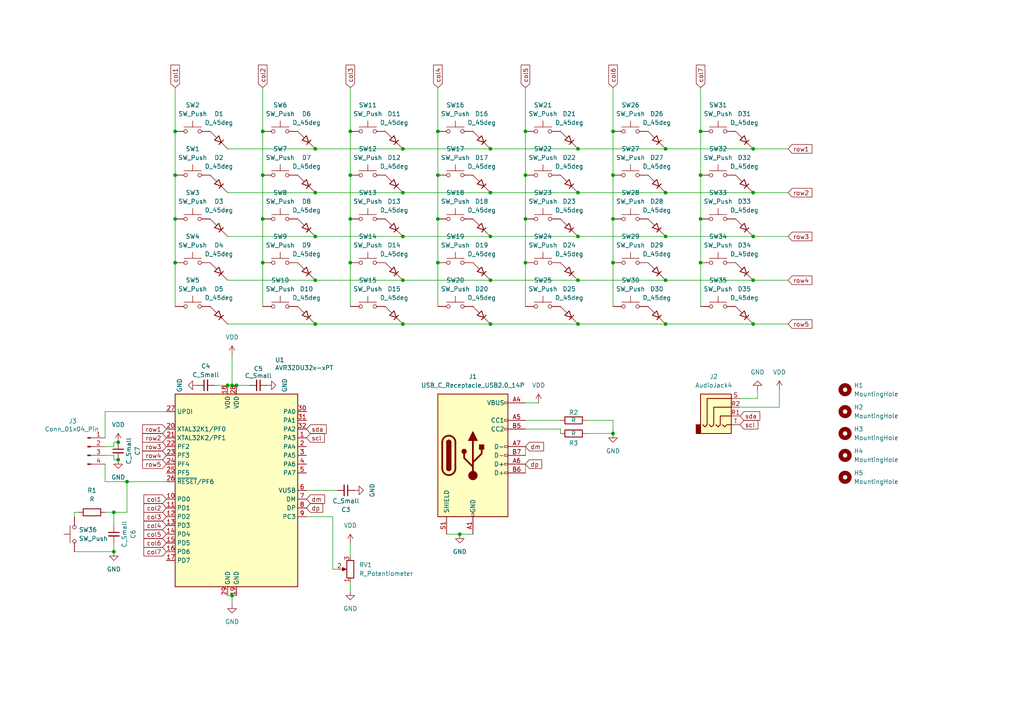
<source format=kicad_sch>
(kicad_sch (version 20231120) (generator "eeschema") (generator_version "8.0")
  (paper "A4")
  (title_block (title "Keyboard Left with USB-connector") (date "2024-12-05") (rev "1.0") (company "Anders Kristoffersen"))
  (junction (at 203.2 76.2))
  (junction (at 127 38.1))
  (junction (at 218.44 93.98))
  (junction (at 167.64 93.98))
  (junction (at 127 76.2))
  (junction (at 133.35 154.94))
  (junction (at 76.2 76.2))
  (junction (at 101.6 38.1))
  (junction (at 116.84 43.18))
  (junction (at 152.4 50.8))
  (junction (at 116.84 55.88))
  (junction (at 218.44 68.58))
  (junction (at 76.2 50.8))
  (junction (at 67.31 111.76))
  (junction (at 68.58 111.76))
  (junction (at 177.8 63.5))
  (junction (at 116.84 93.98))
  (junction (at 127 63.5))
  (junction (at 177.8 50.8))
  (junction (at 50.8 50.8))
  (junction (at 218.44 81.28))
  (junction (at 116.84 68.58))
  (junction (at 152.4 76.2))
  (junction (at 167.64 55.88))
  (junction (at 152.4 38.1))
  (junction (at 218.44 55.88))
  (junction (at 203.2 63.5))
  (junction (at 193.04 93.98))
  (junction (at 177.8 76.2))
  (junction (at 203.2 50.8))
  (junction (at 167.64 68.58))
  (junction (at 91.44 81.28))
  (junction (at 203.2 38.1))
  (junction (at 50.8 38.1))
  (junction (at 76.2 38.1))
  (junction (at 101.6 76.2))
  (junction (at 127 50.8))
  (junction (at 177.8 125.73))
  (junction (at 34.29 128.27))
  (junction (at 91.44 55.88))
  (junction (at 91.44 68.58))
  (junction (at 193.04 43.18))
  (junction (at 193.04 68.58))
  (junction (at 101.6 63.5))
  (junction (at 142.24 93.98))
  (junction (at 193.04 55.88))
  (junction (at 142.24 68.58))
  (junction (at 218.44 43.18))
  (junction (at 66.04 111.76))
  (junction (at 34.29 133.35))
  (junction (at 167.64 81.28))
  (junction (at 177.8 38.1))
  (junction (at 76.2 63.5))
  (junction (at 101.6 50.8))
  (junction (at 67.31 172.72))
  (junction (at 91.44 93.98))
  (junction (at 142.24 81.28))
  (junction (at 91.44 43.18))
  (junction (at 50.8 63.5))
  (junction (at 116.84 81.28))
  (junction (at 142.24 55.88))
  (junction (at 33.02 160.02))
  (junction (at 50.8 76.2))
  (junction (at 193.04 81.28))
  (junction (at 33.02 148.59))
  (junction (at 167.64 43.18))
  (junction (at 152.4 63.5))
  (junction (at 36.83 139.7))
  (junction (at 142.24 43.18))
  (wire (pts (xy 218.44 81.28) (xy 228.6 81.28)))
  (wire (pts (xy 66.04 55.88) (xy 91.44 55.88)))
  (wire (pts (xy 116.84 93.98) (xy 142.24 93.98)))
  (wire (pts (xy 30.48 119.38) (xy 48.26 119.38)))
  (wire (pts (xy 67.31 102.87) (xy 67.31 111.76)))
  (wire (pts (xy 127 50.8) (xy 127 63.5)))
  (wire (pts (xy 50.8 76.2) (xy 50.8 88.9)))
  (wire (pts (xy 21.59 160.02) (xy 33.02 160.02)))
  (wire (pts (xy 133.35 154.94) (xy 137.16 154.94)))
  (wire (pts (xy 127 38.1) (xy 127 50.8)))
  (wire (pts (xy 142.24 43.18) (xy 167.64 43.18)))
  (wire (pts (xy 203.2 50.8) (xy 203.2 63.5)))
  (wire (pts (xy 68.58 111.76) (xy 72.39 111.76)))
  (wire (pts (xy 193.04 81.28) (xy 218.44 81.28)))
  (wire (pts (xy 127 25.4) (xy 127 38.1)))
  (wire (pts (xy 33.02 132.08) (xy 30.48 132.08)))
  (wire (pts (xy 101.6 168.91) (xy 101.6 171.45)))
  (wire (pts (xy 33.02 128.27) (xy 34.29 128.27)))
  (wire (pts (xy 142.24 93.98) (xy 167.64 93.98)))
  (wire (pts (xy 48.26 139.7) (xy 36.83 139.7)))
  (wire (pts (xy 101.6 63.5) (xy 101.6 76.2)))
  (wire (pts (xy 116.84 81.28) (xy 142.24 81.28)))
  (wire (pts (xy 33.02 148.59) (xy 30.48 148.59)))
  (wire (pts (xy 152.4 50.8) (xy 152.4 63.5)))
  (wire (pts (xy 177.8 76.2) (xy 177.8 88.9)))
  (wire (pts (xy 62.23 111.76) (xy 66.04 111.76)))
  (wire (pts (xy 177.8 38.1) (xy 177.8 50.8)))
  (wire (pts (xy 203.2 38.1) (xy 203.2 50.8)))
  (wire (pts (xy 116.84 55.88) (xy 142.24 55.88)))
  (wire (pts (xy 193.04 55.88) (xy 218.44 55.88)))
  (wire (pts (xy 203.2 76.2) (xy 203.2 88.9)))
  (wire (pts (xy 167.64 55.88) (xy 193.04 55.88)))
  (wire (pts (xy 96.52 149.86) (xy 88.9 149.86)))
  (wire (pts (xy 152.4 121.92) (xy 162.56 121.92)))
  (wire (pts (xy 170.18 125.73) (xy 177.8 125.73)))
  (wire (pts (xy 96.52 165.1) (xy 96.52 149.86)))
  (wire (pts (xy 156.21 116.84) (xy 152.4 116.84)))
  (wire (pts (xy 67.31 172.72) (xy 68.58 172.72)))
  (wire (pts (xy 30.48 134.62) (xy 30.48 139.7)))
  (wire (pts (xy 66.04 43.18) (xy 91.44 43.18)))
  (wire (pts (xy 50.8 50.8) (xy 50.8 63.5)))
  (wire (pts (xy 33.02 133.35) (xy 33.02 132.08)))
  (wire (pts (xy 101.6 76.2) (xy 101.6 88.9)))
  (wire (pts (xy 167.64 93.98) (xy 193.04 93.98)))
  (wire (pts (xy 91.44 68.58) (xy 116.84 68.58)))
  (wire (pts (xy 142.24 68.58) (xy 167.64 68.58)))
  (wire (pts (xy 218.44 93.98) (xy 228.6 93.98)))
  (wire (pts (xy 203.2 25.4) (xy 203.2 38.1)))
  (wire (pts (xy 167.64 81.28) (xy 193.04 81.28)))
  (wire (pts (xy 177.8 63.5) (xy 177.8 76.2)))
  (wire (pts (xy 177.8 121.92) (xy 177.8 125.73)))
  (wire (pts (xy 152.4 76.2) (xy 152.4 88.9)))
  (wire (pts (xy 167.64 43.18) (xy 193.04 43.18)))
  (wire (pts (xy 50.8 38.1) (xy 50.8 50.8)))
  (wire (pts (xy 91.44 93.98) (xy 116.84 93.98)))
  (wire (pts (xy 36.83 148.59) (xy 36.83 139.7)))
  (wire (pts (xy 67.31 111.76) (xy 68.58 111.76)))
  (wire (pts (xy 127 76.2) (xy 127 88.9)))
  (wire (pts (xy 170.18 121.92) (xy 177.8 121.92)))
  (wire (pts (xy 91.44 55.88) (xy 116.84 55.88)))
  (wire (pts (xy 66.04 68.58) (xy 91.44 68.58)))
  (wire (pts (xy 33.02 148.59) (xy 36.83 148.59)))
  (wire (pts (xy 203.2 63.5) (xy 203.2 76.2)))
  (wire (pts (xy 33.02 133.35) (xy 34.29 133.35)))
  (wire (pts (xy 193.04 68.58) (xy 218.44 68.58)))
  (wire (pts (xy 116.84 68.58) (xy 142.24 68.58)))
  (wire (pts (xy 30.48 119.38) (xy 30.48 127)))
  (wire (pts (xy 152.4 25.4) (xy 152.4 38.1)))
  (wire (pts (xy 193.04 93.98) (xy 218.44 93.98)))
  (wire (pts (xy 101.6 157.48) (xy 101.6 161.29)))
  (wire (pts (xy 50.8 63.5) (xy 50.8 76.2)))
  (wire (pts (xy 91.44 43.18) (xy 116.84 43.18)))
  (wire (pts (xy 33.02 152.4) (xy 33.02 148.59)))
  (wire (pts (xy 177.8 25.4) (xy 177.8 38.1)))
  (wire (pts (xy 214.63 118.11) (xy 226.06 118.11)))
  (wire (pts (xy 218.44 55.88) (xy 228.6 55.88)))
  (wire (pts (xy 101.6 25.4) (xy 101.6 38.1)))
  (wire (pts (xy 33.02 157.48) (xy 33.02 160.02)))
  (wire (pts (xy 193.04 43.18) (xy 218.44 43.18)))
  (wire (pts (xy 22.86 148.59) (xy 21.59 148.59)))
  (wire (pts (xy 162.56 124.46) (xy 162.56 125.73)))
  (wire (pts (xy 96.52 165.1) (xy 97.79 165.1)))
  (wire (pts (xy 218.44 43.18) (xy 228.6 43.18)))
  (wire (pts (xy 91.44 81.28) (xy 116.84 81.28)))
  (wire (pts (xy 142.24 81.28) (xy 167.64 81.28)))
  (wire (pts (xy 219.71 115.57) (xy 219.71 113.03)))
  (wire (pts (xy 101.6 38.1) (xy 101.6 50.8)))
  (wire (pts (xy 152.4 38.1) (xy 152.4 50.8)))
  (wire (pts (xy 129.54 154.94) (xy 133.35 154.94)))
  (wire (pts (xy 152.4 63.5) (xy 152.4 76.2)))
  (wire (pts (xy 66.04 111.76) (xy 67.31 111.76)))
  (wire (pts (xy 226.06 118.11) (xy 226.06 113.03)))
  (wire (pts (xy 33.02 128.27) (xy 33.02 129.54)))
  (wire (pts (xy 101.6 50.8) (xy 101.6 63.5)))
  (wire (pts (xy 88.9 142.24) (xy 97.79 142.24)))
  (wire (pts (xy 218.44 68.58) (xy 228.6 68.58)))
  (wire (pts (xy 76.2 63.5) (xy 76.2 76.2)))
  (wire (pts (xy 76.2 25.4) (xy 76.2 38.1)))
  (wire (pts (xy 152.4 134.62) (xy 152.4 137.16)))
  (wire (pts (xy 76.2 38.1) (xy 76.2 50.8)))
  (wire (pts (xy 50.8 25.4) (xy 50.8 38.1)))
  (wire (pts (xy 66.04 172.72) (xy 67.31 172.72)))
  (wire (pts (xy 76.2 50.8) (xy 76.2 63.5)))
  (wire (pts (xy 21.59 148.59) (xy 21.59 149.86)))
  (wire (pts (xy 152.4 129.54) (xy 152.4 132.08)))
  (wire (pts (xy 142.24 55.88) (xy 167.64 55.88)))
  (wire (pts (xy 152.4 124.46) (xy 162.56 124.46)))
  (wire (pts (xy 127 63.5) (xy 127 76.2)))
  (wire (pts (xy 66.04 93.98) (xy 91.44 93.98)))
  (wire (pts (xy 76.2 76.2) (xy 76.2 88.9)))
  (wire (pts (xy 167.64 68.58) (xy 193.04 68.58)))
  (wire (pts (xy 30.48 139.7) (xy 36.83 139.7)))
  (wire (pts (xy 33.02 129.54) (xy 30.48 129.54)))
  (wire (pts (xy 214.63 115.57) (xy 219.71 115.57)))
  (wire (pts (xy 177.8 50.8) (xy 177.8 63.5)))
  (wire (pts (xy 66.04 81.28) (xy 91.44 81.28)))
  (wire (pts (xy 116.84 43.18) (xy 142.24 43.18)))
  (wire (pts (xy 67.31 172.72) (xy 67.31 175.26)))
  (global_label "col1" (shape input) (at 48.26 144.78 180) (property "Intersheetrefs" "${INTERSHEET_REFS}" (effects (hide yes))))
  (global_label "row4" (shape input) (at 48.26 132.08 180) (property "Intersheetrefs" "${INTERSHEET_REFS}" (effects (hide yes))))
  (global_label "col7" (shape input) (at 48.26 160.02 180) (property "Intersheetrefs" "${INTERSHEET_REFS}" (effects (hide yes))))
  (global_label "col4" (shape input) (at 127 25.4 90) (property "Intersheetrefs" "${INTERSHEET_REFS}" (effects (hide yes))))
  (global_label "col4" (shape input) (at 48.26 152.4 180) (property "Intersheetrefs" "${INTERSHEET_REFS}" (effects (hide yes))))
  (global_label "row5" (shape input) (at 48.26 134.62 180) (property "Intersheetrefs" "${INTERSHEET_REFS}" (effects (hide yes))))
  (global_label "row2" (shape input) (at 228.6 55.88 0) (property "Intersheetrefs" "${INTERSHEET_REFS}" (effects (hide yes))))
  (global_label "col5" (shape input) (at 152.4 25.4 90) (property "Intersheetrefs" "${INTERSHEET_REFS}" (effects (hide yes))))
  (global_label "row4" (shape input) (at 228.6 81.28 0) (property "Intersheetrefs" "${INTERSHEET_REFS}" (effects (hide yes))))
  (global_label "col2" (shape input) (at 76.2 25.4 90) (property "Intersheetrefs" "${INTERSHEET_REFS}" (effects (hide yes))))
  (global_label "dp" (shape input) (at 88.9 147.32 0) (property "Intersheetrefs" "${INTERSHEET_REFS}" (effects (hide yes))))
  (global_label "dp" (shape input) (at 152.4 134.62 0) (property "Intersheetrefs" "${INTERSHEET_REFS}" (effects (hide yes))))
  (global_label "col1" (shape input) (at 50.8 25.4 90) (property "Intersheetrefs" "${INTERSHEET_REFS}" (effects (hide yes))))
  (global_label "dm" (shape input) (at 152.4 129.54 0) (property "Intersheetrefs" "${INTERSHEET_REFS}" (effects (hide yes))))
  (global_label "sda" (shape input) (at 214.63 120.65 0) (property "Intersheetrefs" "${INTERSHEET_REFS}" (effects (hide yes))))
  (global_label "row3" (shape input) (at 228.6 68.58 0) (property "Intersheetrefs" "${INTERSHEET_REFS}" (effects (hide yes))))
  (global_label "col6" (shape input) (at 177.8 25.4 90) (property "Intersheetrefs" "${INTERSHEET_REFS}" (effects (hide yes))))
  (global_label "row1" (shape input) (at 48.26 124.46 180) (property "Intersheetrefs" "${INTERSHEET_REFS}" (effects (hide yes))))
  (global_label "row3" (shape input) (at 48.26 129.54 180) (property "Intersheetrefs" "${INTERSHEET_REFS}" (effects (hide yes))))
  (global_label "col3" (shape input) (at 101.6 25.4 90) (property "Intersheetrefs" "${INTERSHEET_REFS}" (effects (hide yes))))
  (global_label "col2" (shape input) (at 48.26 147.32 180) (property "Intersheetrefs" "${INTERSHEET_REFS}" (effects (hide yes))))
  (global_label "scl" (shape input) (at 214.63 123.19 0) (property "Intersheetrefs" "${INTERSHEET_REFS}" (effects (hide yes))))
  (global_label "row5" (shape input) (at 228.6 93.98 0) (property "Intersheetrefs" "${INTERSHEET_REFS}" (effects (hide yes))))
  (global_label "col7" (shape input) (at 203.2 25.4 90) (property "Intersheetrefs" "${INTERSHEET_REFS}" (effects (hide yes))))
  (global_label "scl" (shape input) (at 88.9 127 0) (property "Intersheetrefs" "${INTERSHEET_REFS}" (effects (hide yes))))
  (global_label "sda" (shape input) (at 88.9 124.46 0) (property "Intersheetrefs" "${INTERSHEET_REFS}" (effects (hide yes))))
  (global_label "row1" (shape input) (at 228.6 43.18 0) (property "Intersheetrefs" "${INTERSHEET_REFS}" (effects (hide yes))))
  (global_label "col3" (shape input) (at 48.26 149.86 180) (property "Intersheetrefs" "${INTERSHEET_REFS}" (effects (hide yes))))
  (global_label "col5" (shape input) (at 48.26 154.94 180) (property "Intersheetrefs" "${INTERSHEET_REFS}" (effects (hide yes))))
  (global_label "col6" (shape input) (at 48.26 157.48 180) (property "Intersheetrefs" "${INTERSHEET_REFS}" (effects (hide yes))))
  (global_label "row2" (shape input) (at 48.26 127 180) (property "Intersheetrefs" "${INTERSHEET_REFS}" (effects (hide yes))))
  (global_label "dm" (shape input) (at 88.9 144.78 0) (property "Intersheetrefs" "${INTERSHEET_REFS}" (effects (hide yes))))
  (symbol (lib_id "Switch:SW_Push") (at 132.08 38.1 0) (unit 1)
    (property "Reference" "SW16" (at 132.08 30.48 0))
    (property "Value" "SW_Push" (at 132.08 33.02 0))
    (property "Footprint" "Button_Switch_Keyboard:SW_Cherry_MX_1.00u_PCB" (effects (hide yes)))
    (property "Description" "Push button switch, generic, two pins" (effects (hide yes)))
  )
  (symbol (lib_id "Device:D_45deg") (at 165.1 78.74 0) (unit 1)
    (property "Reference" "D24" (at 165.1 71.12 0))
    (property "Value" "D_45deg" (at 165.1 73.66 0))
    (property "Footprint" "Diode_THT:D_DO-35_SOD27_P3.81mm_Vertical_AnodeUp" (effects (hide yes)))
    (property "Description" "Diode, rotated by 45°" (effects (hide yes)))
    (property "Sim.Device" "D" (effects (hide yes)))
    (property "Sim.Pins" "1=K 2=A" (effects (hide yes)))
  )
  (symbol (lib_id "Switch:SW_Push") (at 132.08 63.5 0) (unit 1)
    (property "Reference" "SW18" (at 132.08 55.88 0))
    (property "Value" "SW_Push" (at 132.08 58.42 0))
    (property "Footprint" "Button_Switch_Keyboard:SW_Cherry_MX_1.00u_PCB" (effects (hide yes)))
    (property "Description" "Push button switch, generic, two pins" (effects (hide yes)))
  )
  (symbol (lib_id "Device:D_45deg") (at 88.9 53.34 0) (unit 1)
    (property "Reference" "D7" (at 88.9 45.72 0))
    (property "Value" "D_45deg" (at 88.9 48.26 0))
    (property "Footprint" "Diode_THT:D_DO-35_SOD27_P3.81mm_Vertical_AnodeUp" (effects (hide yes)))
    (property "Description" "Diode, rotated by 45°" (effects (hide yes)))
    (property "Sim.Device" "D" (effects (hide yes)))
    (property "Sim.Pins" "1=K 2=A" (effects (hide yes)))
  )
  (symbol (lib_id "Device:D_45deg") (at 63.5 53.34 0) (unit 1)
    (property "Reference" "D2" (at 63.5 45.72 0))
    (property "Value" "D_45deg" (at 63.5 48.26 0))
    (property "Footprint" "Diode_THT:D_DO-35_SOD27_P3.81mm_Vertical_AnodeUp" (effects (hide yes)))
    (property "Description" "Diode, rotated by 45°" (effects (hide yes)))
    (property "Sim.Device" "D" (effects (hide yes)))
    (property "Sim.Pins" "1=K 2=A" (effects (hide yes)))
  )
  (symbol (lib_id "Device:D_45deg") (at 165.1 40.64 0) (unit 1)
    (property "Reference" "D21" (at 165.1 33.02 0))
    (property "Value" "D_45deg" (at 165.1 35.56 0))
    (property "Footprint" "Diode_THT:D_DO-35_SOD27_P3.81mm_Vertical_AnodeUp" (effects (hide yes)))
    (property "Description" "Diode, rotated by 45°" (effects (hide yes)))
    (property "Sim.Device" "D" (effects (hide yes)))
    (property "Sim.Pins" "1=K 2=A" (effects (hide yes)))
  )
  (symbol (lib_id "Switch:SW_Push") (at 21.59 154.94 90) (unit 1)
    (property "Reference" "SW36" (at 22.86 153.6699 90) (effects (justify right)))
    (property "Value" "SW_Push" (at 22.86 156.2099 90) (effects (justify right)))
    (property "Footprint" "Button_Switch_SMD:SW_Tactile_SPST_NO_Straight_CK_PTS636Sx25SMTRLFS" (effects (hide yes)))
    (property "Description" "Push button switch, generic, two pins" (effects (hide yes)))
  )
  (symbol (lib_id "Device:D_45deg") (at 190.5 78.74 0) (unit 1)
    (property "Reference" "D29" (at 190.5 71.12 0))
    (property "Value" "D_45deg" (at 190.5 73.66 0))
    (property "Footprint" "Diode_THT:D_DO-35_SOD27_P3.81mm_Vertical_AnodeUp" (effects (hide yes)))
    (property "Description" "Diode, rotated by 45°" (effects (hide yes)))
    (property "Sim.Device" "D" (effects (hide yes)))
    (property "Sim.Pins" "1=K 2=A" (effects (hide yes)))
  )
  (symbol (lib_id "Switch:SW_Push") (at 182.88 50.8 0) (unit 1)
    (property "Reference" "SW27" (at 182.88 43.18 0))
    (property "Value" "SW_Push" (at 182.88 45.72 0))
    (property "Footprint" "Button_Switch_Keyboard:SW_Cherry_MX_1.00u_PCB" (effects (hide yes)))
    (property "Description" "Push button switch, generic, two pins" (effects (hide yes)))
  )
  (symbol (lib_id "Switch:SW_Push") (at 208.28 88.9 0) (unit 1)
    (property "Reference" "SW35" (at 208.28 81.28 0))
    (property "Value" "SW_Push" (at 208.28 83.82 0))
    (property "Footprint" "Button_Switch_Keyboard:SW_Cherry_MX_1.75u_PCB" (effects (hide yes)))
    (property "Description" "Push button switch, generic, two pins" (effects (hide yes)))
  )
  (symbol (lib_id "Device:D_45deg") (at 190.5 91.44 0) (unit 1)
    (property "Reference" "D30" (at 190.5 83.82 0))
    (property "Value" "D_45deg" (at 190.5 86.36 0))
    (property "Footprint" "Diode_THT:D_DO-35_SOD27_P3.81mm_Vertical_AnodeUp" (effects (hide yes)))
    (property "Description" "Diode, rotated by 45°" (effects (hide yes)))
    (property "Sim.Device" "D" (effects (hide yes)))
    (property "Sim.Pins" "1=K 2=A" (effects (hide yes)))
  )
  (symbol (lib_id "Switch:SW_Push") (at 208.28 76.2 0) (unit 1)
    (property "Reference" "SW34" (at 208.28 68.58 0))
    (property "Value" "SW_Push" (at 208.28 71.12 0))
    (property "Footprint" "Button_Switch_Keyboard:SW_Cherry_MX_1.50u_PCB" (effects (hide yes)))
    (property "Description" "Push button switch, generic, two pins" (effects (hide yes)))
  )
  (symbol (lib_id "Device:R") (at 166.37 121.92 90) (unit 1)
    (property "Reference" "R2" (at 166.37 119.634 90))
    (property "Value" "R" (at 166.37 121.92 90))
    (property "Footprint" "Resistor_SMD:R_0603_1608Metric" (effects (hide yes)))
    (property "Description" "Resistor" (effects (hide yes)))
  )
  (symbol (lib_id "power:GND") (at 102.87 142.24 90) (unit 1)
    (property "Reference" "#PWR012" (effects (hide yes)))
    (property "Value" "GND" (at 107.95 142.24 0))
    (property "Description" "Power symbol creates a global label with name \"GND\" , ground" (effects (hide yes)))
  )
  (symbol (lib_id "power:VDD") (at 226.06 113.03 0) (unit 1)
    (property "Reference" "#PWR011" (effects (hide yes)))
    (property "Value" "VDD" (at 226.06 107.95 0))
    (property "Description" "Power symbol creates a global label with name \"VDD\"" (effects (hide yes)))
  )
  (symbol (lib_id "Switch:SW_Push") (at 81.28 50.8 0) (unit 1)
    (property "Reference" "SW7" (at 81.28 43.18 0))
    (property "Value" "SW_Push" (at 81.28 45.72 0))
    (property "Footprint" "Button_Switch_Keyboard:SW_Cherry_MX_1.00u_PCB" (effects (hide yes)))
    (property "Description" "Push button switch, generic, two pins" (effects (hide yes)))
  )
  (symbol (lib_id "power:VDD") (at 101.6 157.48 0) (unit 1)
    (property "Reference" "#PWR01" (effects (hide yes)))
    (property "Value" "VDD" (at 101.6 152.4 0))
    (property "Description" "Power symbol creates a global label with name \"VDD\"" (effects (hide yes)))
  )
  (symbol (lib_id "power:GND") (at 101.6 171.45 0) (unit 1)
    (property "Reference" "#PWR03" (effects (hide yes)))
    (property "Value" "GND" (at 101.6 176.53 0))
    (property "Description" "Power symbol creates a global label with name \"GND\" , ground" (effects (hide yes)))
  )
  (symbol (lib_id "Switch:SW_Push") (at 157.48 38.1 0) (unit 1)
    (property "Reference" "SW21" (at 157.48 30.48 0))
    (property "Value" "SW_Push" (at 157.48 33.02 0))
    (property "Footprint" "Button_Switch_Keyboard:SW_Cherry_MX_1.00u_PCB" (effects (hide yes)))
    (property "Description" "Push button switch, generic, two pins" (effects (hide yes)))
  )
  (symbol (lib_id "Device:D_45deg") (at 139.7 53.34 0) (unit 1)
    (property "Reference" "D17" (at 139.7 45.72 0))
    (property "Value" "D_45deg" (at 139.7 48.26 0))
    (property "Footprint" "Diode_THT:D_DO-35_SOD27_P3.81mm_Vertical_AnodeUp" (effects (hide yes)))
    (property "Description" "Diode, rotated by 45°" (effects (hide yes)))
    (property "Sim.Device" "D" (effects (hide yes)))
    (property "Sim.Pins" "1=K 2=A" (effects (hide yes)))
  )
  (symbol (lib_id "Device:C_Small") (at 33.02 154.94 0) (unit 1)
    (property "Reference" "C6" (at 38.608 154.94 90))
    (property "Value" "C_Small" (at 36.068 154.94 90))
    (property "Footprint" "Capacitor_SMD:C_0603_1608Metric" (effects (hide yes)))
    (property "Description" "Unpolarized capacitor, small symbol" (effects (hide yes)))
  )
  (symbol (lib_id "Device:D_45deg") (at 63.5 40.64 0) (unit 1)
    (property "Reference" "D1" (at 63.5 33.02 0))
    (property "Value" "D_45deg" (at 63.5 35.56 0))
    (property "Footprint" "Diode_THT:D_DO-35_SOD27_P3.81mm_Vertical_AnodeUp" (effects (hide yes)))
    (property "Description" "Diode, rotated by 45°" (effects (hide yes)))
    (property "Sim.Device" "D" (effects (hide yes)))
    (property "Sim.Pins" "1=K 2=A" (effects (hide yes)))
  )
  (symbol (lib_id "Device:D_45deg") (at 190.5 53.34 0) (unit 1)
    (property "Reference" "D27" (at 190.5 45.72 0))
    (property "Value" "D_45deg" (at 190.5 48.26 0))
    (property "Footprint" "Diode_THT:D_DO-35_SOD27_P3.81mm_Vertical_AnodeUp" (effects (hide yes)))
    (property "Description" "Diode, rotated by 45°" (effects (hide yes)))
    (property "Sim.Device" "D" (effects (hide yes)))
    (property "Sim.Pins" "1=K 2=A" (effects (hide yes)))
  )
  (symbol (lib_id "Device:D_45deg") (at 63.5 78.74 0) (unit 1)
    (property "Reference" "D4" (at 63.5 71.12 0))
    (property "Value" "D_45deg" (at 63.5 73.66 0))
    (property "Footprint" "Diode_THT:D_DO-35_SOD27_P3.81mm_Vertical_AnodeUp" (effects (hide yes)))
    (property "Description" "Diode, rotated by 45°" (effects (hide yes)))
    (property "Sim.Device" "D" (effects (hide yes)))
    (property "Sim.Pins" "1=K 2=A" (effects (hide yes)))
  )
  (symbol (lib_id "power:VDD") (at 156.21 116.84 0) (unit 1)
    (property "Reference" "#PWR08" (effects (hide yes)))
    (property "Value" "VDD" (at 156.21 111.76 0))
    (property "Description" "Power symbol creates a global label with name \"VDD\"" (effects (hide yes)))
  )
  (symbol (lib_id "Switch:SW_Push") (at 81.28 76.2 0) (unit 1)
    (property "Reference" "SW9" (at 81.28 68.58 0))
    (property "Value" "SW_Push" (at 81.28 71.12 0))
    (property "Footprint" "Button_Switch_Keyboard:SW_Cherry_MX_1.00u_PCB" (effects (hide yes)))
    (property "Description" "Push button switch, generic, two pins" (effects (hide yes)))
  )
  (symbol (lib_id "Switch:SW_Push") (at 208.28 38.1 0) (unit 1)
    (property "Reference" "SW31" (at 208.28 30.48 0))
    (property "Value" "SW_Push" (at 208.28 33.02 0))
    (property "Footprint" "Button_Switch_Keyboard:SW_Cherry_MX_1.00u_PCB" (effects (hide yes)))
    (property "Description" "Push button switch, generic, two pins" (effects (hide yes)))
  )
  (symbol (lib_id "Switch:SW_Push") (at 55.88 88.9 0) (unit 1)
    (property "Reference" "SW5" (at 55.88 81.28 0))
    (property "Value" "SW_Push" (at 55.88 83.82 0))
    (property "Footprint" "Button_Switch_Keyboard:SW_Cherry_MX_1.50u_PCB" (effects (hide yes)))
    (property "Description" "Push button switch, generic, two pins" (effects (hide yes)))
  )
  (symbol (lib_id "Switch:SW_Push") (at 182.88 63.5 0) (unit 1)
    (property "Reference" "SW28" (at 182.88 55.88 0))
    (property "Value" "SW_Push" (at 182.88 58.42 0))
    (property "Footprint" "Button_Switch_Keyboard:SW_Cherry_MX_1.00u_PCB" (effects (hide yes)))
    (property "Description" "Push button switch, generic, two pins" (effects (hide yes)))
  )
  (symbol (lib_id "Mechanical:MountingHole") (at 245.11 138.43 0) (unit 1) (exclude_from_sim yes) (in_bom no)
    (property "Reference" "H5" (at 247.65 137.1599 0) (effects (justify left)))
    (property "Value" "MountingHole" (at 247.65 139.6999 0) (effects (justify left)))
    (property "Description" "Mounting Hole without connection" (effects (hide yes)))
  )
  (symbol (lib_id "Switch:SW_Push") (at 106.68 88.9 0) (unit 1)
    (property "Reference" "SW15" (at 106.68 81.28 0))
    (property "Value" "SW_Push" (at 106.68 83.82 0))
    (property "Footprint" "Button_Switch_Keyboard:SW_Cherry_MX_1.00u_PCB" (effects (hide yes)))
    (property "Description" "Push button switch, generic, two pins" (effects (hide yes)))
  )
  (symbol (lib_id "Connector:Conn_01x04_Pin") (at 25.4 129.54 0) (unit 1)
    (property "Reference" "J3" (at 21.082 122.174 0))
    (property "Value" "Conn_01x04_Pin" (at 20.828 124.46 0))
    (property "Footprint" "Connector:FanPinHeader_1x04_P2.54mm_Vertical" (effects (hide yes)))
    (property "Description" "Generic connector, single row, 01x04, script generated" (effects (hide yes)))
  )
  (symbol (lib_id "Switch:SW_Push") (at 208.28 50.8 0) (unit 1)
    (property "Reference" "SW32" (at 208.28 43.18 0))
    (property "Value" "SW_Push" (at 208.28 45.72 0))
    (property "Footprint" "Button_Switch_Keyboard:SW_Cherry_MX_1.00u_PCB" (effects (hide yes)))
    (property "Description" "Push button switch, generic, two pins" (effects (hide yes)))
  )
  (symbol (lib_id "Device:D_45deg") (at 215.9 40.64 0) (unit 1)
    (property "Reference" "D31" (at 215.9 33.02 0))
    (property "Value" "D_45deg" (at 215.9 35.56 0))
    (property "Footprint" "Diode_THT:D_DO-35_SOD27_P3.81mm_Vertical_AnodeUp" (effects (hide yes)))
    (property "Description" "Diode, rotated by 45°" (effects (hide yes)))
    (property "Sim.Device" "D" (effects (hide yes)))
    (property "Sim.Pins" "1=K 2=A" (effects (hide yes)))
  )
  (symbol (lib_id "Switch:SW_Push") (at 182.88 76.2 0) (unit 1)
    (property "Reference" "SW29" (at 182.88 68.58 0))
    (property "Value" "SW_Push" (at 182.88 71.12 0))
    (property "Footprint" "Button_Switch_Keyboard:SW_Cherry_MX_1.00u_PCB" (effects (hide yes)))
    (property "Description" "Push button switch, generic, two pins" (effects (hide yes)))
  )
  (symbol (lib_id "power:GND") (at 219.71 113.03 180) (unit 1)
    (property "Reference" "#PWR010" (effects (hide yes)))
    (property "Value" "GND" (at 219.71 107.95 0))
    (property "Description" "Power symbol creates a global label with name \"GND\" , ground" (effects (hide yes)))
  )
  (symbol (lib_id "Mechanical:MountingHole") (at 245.11 125.73 0) (unit 1) (exclude_from_sim yes) (in_bom no)
    (property "Reference" "H3" (at 247.65 124.4599 0) (effects (justify left)))
    (property "Value" "MountingHole" (at 247.65 126.9999 0) (effects (justify left)))
    (property "Description" "Mounting Hole without connection" (effects (hide yes)))
  )
  (symbol (lib_id "Device:D_45deg") (at 165.1 66.04 0) (unit 1)
    (property "Reference" "D23" (at 165.1 58.42 0))
    (property "Value" "D_45deg" (at 165.1 60.96 0))
    (property "Footprint" "Diode_THT:D_DO-35_SOD27_P3.81mm_Vertical_AnodeUp" (effects (hide yes)))
    (property "Description" "Diode, rotated by 45°" (effects (hide yes)))
    (property "Sim.Device" "D" (effects (hide yes)))
    (property "Sim.Pins" "1=K 2=A" (effects (hide yes)))
  )
  (symbol (lib_id "Device:D_45deg") (at 139.7 66.04 0) (unit 1)
    (property "Reference" "D18" (at 139.7 58.42 0))
    (property "Value" "D_45deg" (at 139.7 60.96 0))
    (property "Footprint" "Diode_THT:D_DO-35_SOD27_P3.81mm_Vertical_AnodeUp" (effects (hide yes)))
    (property "Description" "Diode, rotated by 45°" (effects (hide yes)))
    (property "Sim.Device" "D" (effects (hide yes)))
    (property "Sim.Pins" "1=K 2=A" (effects (hide yes)))
  )
  (symbol (lib_id "Connector:USB_C_Receptacle_USB2.0_14P") (at 137.16 132.08 0) (unit 1)
    (property "Reference" "J1" (at 137.16 109.22 0))
    (property "Value" "USB_C_Receptacle_USB2.0_14P" (at 137.16 111.76 0))
    (property "Footprint" "Connector_USB:USB_C_Receptacle_Molex_105450-0101" (effects (hide yes)))
    (property "Datasheet" "https://www.usb.org/sites/default/files/documents/usb_type-c.zip" (effects (hide yes)))
    (property "Description" "USB 2.0-only 14P Type-C Receptacle connector" (effects (hide yes)))
  )
  (symbol (lib_id "Device:D_45deg") (at 114.3 78.74 0) (unit 1)
    (property "Reference" "D14" (at 114.3 71.12 0))
    (property "Value" "D_45deg" (at 114.3 73.66 0))
    (property "Footprint" "Diode_THT:D_DO-35_SOD27_P3.81mm_Vertical_AnodeUp" (effects (hide yes)))
    (property "Description" "Diode, rotated by 45°" (effects (hide yes)))
    (property "Sim.Device" "D" (effects (hide yes)))
    (property "Sim.Pins" "1=K 2=A" (effects (hide yes)))
  )
  (symbol (lib_id "Switch:SW_Push") (at 132.08 88.9 0) (unit 1)
    (property "Reference" "SW20" (at 132.08 81.28 0))
    (property "Value" "SW_Push" (at 132.08 83.82 0))
    (property "Footprint" "Button_Switch_Keyboard:SW_Cherry_MX_1.00u_PCB" (effects (hide yes)))
    (property "Description" "Push button switch, generic, two pins" (effects (hide yes)))
  )
  (symbol (lib_id "power:GND") (at 177.8 125.73 0) (unit 1)
    (property "Reference" "#PWR09" (effects (hide yes)))
    (property "Value" "GND" (at 177.8 130.81 0))
    (property "Description" "Power symbol creates a global label with name \"GND\" , ground" (effects (hide yes)))
  )
  (symbol (lib_id "Switch:SW_Push") (at 157.48 50.8 0) (unit 1)
    (property "Reference" "SW22" (at 157.48 43.18 0))
    (property "Value" "SW_Push" (at 157.48 45.72 0))
    (property "Footprint" "Button_Switch_Keyboard:SW_Cherry_MX_1.00u_PCB" (effects (hide yes)))
    (property "Description" "Push button switch, generic, two pins" (effects (hide yes)))
  )
  (symbol (lib_id "Switch:SW_Push") (at 55.88 76.2 0) (unit 1)
    (property "Reference" "SW4" (at 55.88 68.58 0))
    (property "Value" "SW_Push" (at 55.88 71.12 0))
    (property "Footprint" "Button_Switch_Keyboard:SW_Cherry_MX_1.50u_PCB" (effects (hide yes)))
    (property "Description" "Push button switch, generic, two pins" (effects (hide yes)))
  )
  (symbol (lib_id "Device:D_45deg") (at 88.9 40.64 0) (unit 1)
    (property "Reference" "D6" (at 88.9 33.02 0))
    (property "Value" "D_45deg" (at 88.9 35.56 0))
    (property "Footprint" "Diode_THT:D_DO-35_SOD27_P3.81mm_Vertical_AnodeUp" (effects (hide yes)))
    (property "Description" "Diode, rotated by 45°" (effects (hide yes)))
    (property "Sim.Device" "D" (effects (hide yes)))
    (property "Sim.Pins" "1=K 2=A" (effects (hide yes)))
  )
  (symbol (lib_id "Device:D_45deg") (at 63.5 91.44 0) (unit 1)
    (property "Reference" "D5" (at 63.5 83.82 0))
    (property "Value" "D_45deg" (at 63.5 86.36 0))
    (property "Footprint" "Diode_THT:D_DO-35_SOD27_P3.81mm_Vertical_AnodeUp" (effects (hide yes)))
    (property "Description" "Diode, rotated by 45°" (effects (hide yes)))
    (property "Sim.Device" "D" (effects (hide yes)))
    (property "Sim.Pins" "1=K 2=A" (effects (hide yes)))
  )
  (symbol (lib_id "Device:D_45deg") (at 165.1 53.34 0) (unit 1)
    (property "Reference" "D22" (at 165.1 45.72 0))
    (property "Value" "D_45deg" (at 165.1 48.26 0))
    (property "Footprint" "Diode_THT:D_DO-35_SOD27_P3.81mm_Vertical_AnodeUp" (effects (hide yes)))
    (property "Description" "Diode, rotated by 45°" (effects (hide yes)))
    (property "Sim.Device" "D" (effects (hide yes)))
    (property "Sim.Pins" "1=K 2=A" (effects (hide yes)))
  )
  (symbol (lib_id "Device:C_Small") (at 74.93 111.76 270) (unit 1)
    (property "Reference" "C5" (at 74.93 106.934 90))
    (property "Value" "C_Small" (at 74.93 108.966 90))
    (property "Footprint" "Capacitor_SMD:C_0603_1608Metric" (effects (hide yes)))
    (property "Description" "Unpolarized capacitor, small symbol" (effects (hide yes)))
  )
  (symbol (lib_id "power:GND") (at 77.47 111.76 90) (unit 1)
    (property "Reference" "#PWR014" (effects (hide yes)))
    (property "Value" "GND" (at 82.55 111.76 0))
    (property "Description" "Power symbol creates a global label with name \"GND\" , ground" (effects (hide yes)))
  )
  (symbol (lib_id "Mechanical:MountingHole") (at 245.11 113.03 0) (unit 1) (exclude_from_sim yes) (in_bom no)
    (property "Reference" "H1" (at 247.65 111.7599 0) (effects (justify left)))
    (property "Value" "MountingHole" (at 247.65 114.2999 0) (effects (justify left)))
    (property "Description" "Mounting Hole without connection" (effects (hide yes)))
  )
  (symbol (lib_id "power:VDD") (at 67.31 102.87 0) (unit 1)
    (property "Reference" "#PWR04" (effects (hide yes)))
    (property "Value" "VDD" (at 67.31 97.79 0))
    (property "Description" "Power symbol creates a global label with name \"VDD\"" (effects (hide yes)))
  )
  (symbol (lib_id "power:GND") (at 67.31 175.26 0) (unit 1)
    (property "Reference" "#PWR02" (effects (hide yes)))
    (property "Value" "GND" (at 67.31 180.34 0))
    (property "Description" "Power symbol creates a global label with name \"GND\" , ground" (effects (hide yes)))
  )
  (symbol (lib_id "MCU_Microchip_AVR_Dx:AVR32DA32x-xPT") (at 68.58 142.24 0) (unit 1)
    (property "Reference" "U1" (at 79.756 104.394 0) (effects (justify left)))
    (property "Value" "AVR32DU32x-xPT" (at 79.756 106.68 0) (effects (justify left)))
    (property "Footprint" "Package_QFP:TQFP-32_7x7mm_P0.8mm" (effects (hide yes)))
    (property "Datasheet" "https://ww1.microchip.com/downloads/en/DeviceDoc/AVR32DA28-32-48-Data-Sheet-40002228B.pdf" (effects (hide yes)))
    (property "Description" "24MHz, 32kB Flash, 4kB SRAM, EEPROM with Touch Sensing, TQFP-32" (effects (hide yes)))
  )
  (symbol (lib_id "Device:D_45deg") (at 165.1 91.44 0) (unit 1)
    (property "Reference" "D25" (at 165.1 83.82 0))
    (property "Value" "D_45deg" (at 165.1 86.36 0))
    (property "Footprint" "Diode_THT:D_DO-35_SOD27_P3.81mm_Vertical_AnodeUp" (effects (hide yes)))
    (property "Description" "Diode, rotated by 45°" (effects (hide yes)))
    (property "Sim.Device" "D" (effects (hide yes)))
    (property "Sim.Pins" "1=K 2=A" (effects (hide yes)))
  )
  (symbol (lib_id "Switch:SW_Push") (at 81.28 88.9 0) (unit 1)
    (property "Reference" "SW10" (at 81.28 81.28 0))
    (property "Value" "SW_Push" (at 81.28 83.82 0))
    (property "Footprint" "Button_Switch_Keyboard:SW_Cherry_MX_1.00u_PCB" (effects (hide yes)))
    (property "Description" "Push button switch, generic, two pins" (effects (hide yes)))
  )
  (symbol (lib_id "Switch:SW_Push") (at 55.88 38.1 0) (unit 1)
    (property "Reference" "SW2" (at 55.88 30.48 0))
    (property "Value" "SW_Push" (at 55.88 33.02 0))
    (property "Footprint" "Button_Switch_Keyboard:SW_Cherry_MX_1.50u_PCB" (effects (hide yes)))
    (property "Description" "Push button switch, generic, two pins" (effects (hide yes)))
  )
  (symbol (lib_id "Switch:SW_Push") (at 55.88 63.5 0) (unit 1)
    (property "Reference" "SW3" (at 55.88 55.88 0))
    (property "Value" "SW_Push" (at 55.88 58.42 0))
    (property "Footprint" "Button_Switch_Keyboard:SW_Cherry_MX_1.50u_PCB" (effects (hide yes)))
    (property "Description" "Push button switch, generic, two pins" (effects (hide yes)))
  )
  (symbol (lib_id "Switch:SW_Push") (at 106.68 38.1 0) (unit 1)
    (property "Reference" "SW11" (at 106.68 30.48 0))
    (property "Value" "SW_Push" (at 106.68 33.02 0))
    (property "Footprint" "Button_Switch_Keyboard:SW_Cherry_MX_1.00u_PCB" (effects (hide yes)))
    (property "Description" "Push button switch, generic, two pins" (effects (hide yes)))
  )
  (symbol (lib_id "power:GND") (at 34.29 133.35 0) (unit 1)
    (property "Reference" "#PWR06" (effects (hide yes)))
    (property "Value" "GND" (at 34.29 138.43 0))
    (property "Description" "Power symbol creates a global label with name \"GND\" , ground" (effects (hide yes)))
  )
  (symbol (lib_id "power:VDD") (at 34.29 128.27 0) (unit 1)
    (property "Reference" "#PWR05" (effects (hide yes)))
    (property "Value" "VDD" (at 34.29 123.19 0))
    (property "Description" "Power symbol creates a global label with name \"VDD\"" (effects (hide yes)))
  )
  (symbol (lib_id "Device:D_45deg") (at 114.3 91.44 0) (unit 1)
    (property "Reference" "D15" (at 114.3 83.82 0))
    (property "Value" "D_45deg" (at 114.3 86.36 0))
    (property "Footprint" "Diode_THT:D_DO-35_SOD27_P3.81mm_Vertical_AnodeUp" (effects (hide yes)))
    (property "Description" "Diode, rotated by 45°" (effects (hide yes)))
    (property "Sim.Device" "D" (effects (hide yes)))
    (property "Sim.Pins" "1=K 2=A" (effects (hide yes)))
  )
  (symbol (lib_id "Device:D_45deg") (at 139.7 91.44 0) (unit 1)
    (property "Reference" "D20" (at 139.7 83.82 0))
    (property "Value" "D_45deg" (at 139.7 86.36 0))
    (property "Footprint" "Diode_THT:D_DO-35_SOD27_P3.81mm_Vertical_AnodeUp" (effects (hide yes)))
    (property "Description" "Diode, rotated by 45°" (effects (hide yes)))
    (property "Sim.Device" "D" (effects (hide yes)))
    (property "Sim.Pins" "1=K 2=A" (effects (hide yes)))
  )
  (symbol (lib_id "Device:D_45deg") (at 139.7 78.74 0) (unit 1)
    (property "Reference" "D19" (at 139.7 71.12 0))
    (property "Value" "D_45deg" (at 139.7 73.66 0))
    (property "Footprint" "Diode_THT:D_DO-35_SOD27_P3.81mm_Vertical_AnodeUp" (effects (hide yes)))
    (property "Description" "Diode, rotated by 45°" (effects (hide yes)))
    (property "Sim.Device" "D" (effects (hide yes)))
    (property "Sim.Pins" "1=K 2=A" (effects (hide yes)))
  )
  (symbol (lib_id "Device:D_45deg") (at 215.9 78.74 0) (unit 1)
    (property "Reference" "D34" (at 215.9 71.12 0))
    (property "Value" "D_45deg" (at 215.9 73.66 0))
    (property "Footprint" "Diode_THT:D_DO-35_SOD27_P3.81mm_Vertical_AnodeUp" (effects (hide yes)))
    (property "Description" "Diode, rotated by 45°" (effects (hide yes)))
    (property "Sim.Device" "D" (effects (hide yes)))
    (property "Sim.Pins" "1=K 2=A" (effects (hide yes)))
  )
  (symbol (lib_id "Device:D_45deg") (at 139.7 40.64 0) (unit 1)
    (property "Reference" "D16" (at 139.7 33.02 0))
    (property "Value" "D_45deg" (at 139.7 35.56 0))
    (property "Footprint" "Diode_THT:D_DO-35_SOD27_P3.81mm_Vertical_AnodeUp" (effects (hide yes)))
    (property "Description" "Diode, rotated by 45°" (effects (hide yes)))
    (property "Sim.Device" "D" (effects (hide yes)))
    (property "Sim.Pins" "1=K 2=A" (effects (hide yes)))
  )
  (symbol (lib_id "Switch:SW_Push") (at 106.68 76.2 0) (unit 1)
    (property "Reference" "SW14" (at 106.68 68.58 0))
    (property "Value" "SW_Push" (at 106.68 71.12 0))
    (property "Footprint" "Button_Switch_Keyboard:SW_Cherry_MX_1.00u_PCB" (effects (hide yes)))
    (property "Description" "Push button switch, generic, two pins" (effects (hide yes)))
  )
  (symbol (lib_id "Switch:SW_Push") (at 81.28 63.5 0) (unit 1)
    (property "Reference" "SW8" (at 81.28 55.88 0))
    (property "Value" "SW_Push" (at 81.28 58.42 0))
    (property "Footprint" "Button_Switch_Keyboard:SW_Cherry_MX_1.00u_PCB" (effects (hide yes)))
    (property "Description" "Push button switch, generic, two pins" (effects (hide yes)))
  )
  (symbol (lib_id "Device:D_45deg") (at 88.9 66.04 0) (unit 1)
    (property "Reference" "D8" (at 88.9 58.42 0))
    (property "Value" "D_45deg" (at 88.9 60.96 0))
    (property "Footprint" "Diode_THT:D_DO-35_SOD27_P3.81mm_Vertical_AnodeUp" (effects (hide yes)))
    (property "Description" "Diode, rotated by 45°" (effects (hide yes)))
    (property "Sim.Device" "D" (effects (hide yes)))
    (property "Sim.Pins" "1=K 2=A" (effects (hide yes)))
  )
  (symbol (lib_id "Mechanical:MountingHole") (at 245.11 132.08 0) (unit 1) (exclude_from_sim yes) (in_bom no)
    (property "Reference" "H4" (at 247.65 130.8099 0) (effects (justify left)))
    (property "Value" "MountingHole" (at 247.65 133.3499 0) (effects (justify left)))
    (property "Description" "Mounting Hole without connection" (effects (hide yes)))
  )
  (symbol (lib_id "Device:D_45deg") (at 215.9 66.04 0) (unit 1)
    (property "Reference" "D33" (at 215.9 58.42 0))
    (property "Value" "D_45deg" (at 215.9 60.96 0))
    (property "Footprint" "Diode_THT:D_DO-35_SOD27_P3.81mm_Vertical_AnodeUp" (effects (hide yes)))
    (property "Description" "Diode, rotated by 45°" (effects (hide yes)))
    (property "Sim.Device" "D" (effects (hide yes)))
    (property "Sim.Pins" "1=K 2=A" (effects (hide yes)))
  )
  (symbol (lib_id "Device:D_45deg") (at 88.9 91.44 0) (unit 1)
    (property "Reference" "D10" (at 88.9 83.82 0))
    (property "Value" "D_45deg" (at 88.9 86.36 0))
    (property "Footprint" "Diode_THT:D_DO-35_SOD27_P3.81mm_Vertical_AnodeUp" (effects (hide yes)))
    (property "Description" "Diode, rotated by 45°" (effects (hide yes)))
    (property "Sim.Device" "D" (effects (hide yes)))
    (property "Sim.Pins" "1=K 2=A" (effects (hide yes)))
  )
  (symbol (lib_id "Device:C_Small") (at 34.29 130.81 0) (unit 1)
    (property "Reference" "C7" (at 39.878 130.81 90))
    (property "Value" "C_Small" (at 37.338 130.81 90))
    (property "Footprint" "Capacitor_SMD:C_0603_1608Metric" (effects (hide yes)))
    (property "Description" "Unpolarized capacitor, small symbol" (effects (hide yes)))
  )
  (symbol (lib_id "Switch:SW_Push") (at 132.08 50.8 0) (unit 1)
    (property "Reference" "SW17" (at 132.08 43.18 0))
    (property "Value" "SW_Push" (at 132.08 45.72 0))
    (property "Footprint" "Button_Switch_Keyboard:SW_Cherry_MX_1.00u_PCB" (effects (hide yes)))
    (property "Description" "Push button switch, generic, two pins" (effects (hide yes)))
  )
  (symbol (lib_id "Switch:SW_Push") (at 106.68 63.5 0) (unit 1)
    (property "Reference" "SW13" (at 106.68 55.88 0))
    (property "Value" "SW_Push" (at 106.68 58.42 0))
    (property "Footprint" "Button_Switch_Keyboard:SW_Cherry_MX_1.00u_PCB" (effects (hide yes)))
    (property "Description" "Push button switch, generic, two pins" (effects (hide yes)))
  )
  (symbol (lib_id "Device:D_45deg") (at 114.3 66.04 0) (unit 1)
    (property "Reference" "D13" (at 114.3 58.42 0))
    (property "Value" "D_45deg" (at 114.3 60.96 0))
    (property "Footprint" "Diode_THT:D_DO-35_SOD27_P3.81mm_Vertical_AnodeUp" (effects (hide yes)))
    (property "Description" "Diode, rotated by 45°" (effects (hide yes)))
    (property "Sim.Device" "D" (effects (hide yes)))
    (property "Sim.Pins" "1=K 2=A" (effects (hide yes)))
  )
  (symbol (lib_id "Device:D_45deg") (at 63.5 66.04 0) (unit 1)
    (property "Reference" "D3" (at 63.5 58.42 0))
    (property "Value" "D_45deg" (at 63.5 60.96 0))
    (property "Footprint" "Diode_THT:D_DO-35_SOD27_P3.81mm_Vertical_AnodeUp" (effects (hide yes)))
    (property "Description" "Diode, rotated by 45°" (effects (hide yes)))
    (property "Sim.Device" "D" (effects (hide yes)))
    (property "Sim.Pins" "1=K 2=A" (effects (hide yes)))
  )
  (symbol (lib_id "Connector_Audio:AudioJack4") (at 209.55 118.11 0) (unit 1)
    (property "Reference" "J2" (at 207.01 109.22 0))
    (property "Value" "AudioJack4" (at 207.01 111.76 0))
    (property "Footprint" "Connector_Audio:Jack_3.5mm_CUI_SJ-3524-SMT_Horizontal" (effects (hide yes)))
    (property "Description" "Audio Jack, 4 Poles (TRRS)" (effects (hide yes)))
  )
  (symbol (lib_id "power:GND") (at 57.15 111.76 270) (unit 1)
    (property "Reference" "#PWR013" (effects (hide yes)))
    (property "Value" "GND" (at 52.07 111.76 0))
    (property "Description" "Power symbol creates a global label with name \"GND\" , ground" (effects (hide yes)))
  )
  (symbol (lib_id "Switch:SW_Push") (at 55.88 50.8 0) (unit 1)
    (property "Reference" "SW1" (at 55.88 43.18 0))
    (property "Value" "SW_Push" (at 55.88 45.72 0))
    (property "Footprint" "Button_Switch_Keyboard:SW_Cherry_MX_1.50u_PCB" (effects (hide yes)))
    (property "Description" "Push button switch, generic, two pins" (effects (hide yes)))
  )
  (symbol (lib_id "Device:R") (at 166.37 125.73 90) (unit 1)
    (property "Reference" "R3" (at 166.37 128.524 90))
    (property "Value" "R" (at 166.37 125.73 90))
    (property "Footprint" "Resistor_SMD:R_0603_1608Metric" (effects (hide yes)))
    (property "Description" "Resistor" (effects (hide yes)))
  )
  (symbol (lib_id "Switch:SW_Push") (at 157.48 88.9 0) (unit 1)
    (property "Reference" "SW25" (at 157.48 81.28 0))
    (property "Value" "SW_Push" (at 157.48 83.82 0))
    (property "Footprint" "Button_Switch_Keyboard:SW_Cherry_MX_1.00u_PCB" (effects (hide yes)))
    (property "Description" "Push button switch, generic, two pins" (effects (hide yes)))
  )
  (symbol (lib_id "Switch:SW_Push") (at 182.88 88.9 0) (unit 1)
    (property "Reference" "SW30" (at 182.88 81.28 0))
    (property "Value" "SW_Push" (at 182.88 83.82 0))
    (property "Footprint" "Button_Switch_Keyboard:SW_Cherry_MX_1.00u_PCB" (effects (hide yes)))
    (property "Description" "Push button switch, generic, two pins" (effects (hide yes)))
  )
  (symbol (lib_id "Switch:SW_Push") (at 182.88 38.1 0) (unit 1)
    (property "Reference" "SW26" (at 182.88 30.48 0))
    (property "Value" "SW_Push" (at 182.88 33.02 0))
    (property "Footprint" "Button_Switch_Keyboard:SW_Cherry_MX_1.00u_PCB" (effects (hide yes)))
    (property "Description" "Push button switch, generic, two pins" (effects (hide yes)))
  )
  (symbol (lib_id "power:GND") (at 133.35 154.94 0) (unit 1)
    (property "Reference" "#PWR07" (effects (hide yes)))
    (property "Value" "GND" (at 133.35 160.02 0))
    (property "Description" "Power symbol creates a global label with name \"GND\" , ground" (effects (hide yes)))
  )
  (symbol (lib_id "Device:C_Small") (at 59.69 111.76 90) (unit 1)
    (property "Reference" "C4" (at 59.69 106.172 90))
    (property "Value" "C_Small" (at 59.69 108.712 90))
    (property "Footprint" "Capacitor_SMD:C_0603_1608Metric" (effects (hide yes)))
    (property "Description" "Unpolarized capacitor, small symbol" (effects (hide yes)))
  )
  (symbol (lib_id "Device:D_45deg") (at 88.9 78.74 0) (unit 1)
    (property "Reference" "D9" (at 88.9 71.12 0))
    (property "Value" "D_45deg" (at 88.9 73.66 0))
    (property "Footprint" "Diode_THT:D_DO-35_SOD27_P3.81mm_Vertical_AnodeUp" (effects (hide yes)))
    (property "Description" "Diode, rotated by 45°" (effects (hide yes)))
    (property "Sim.Device" "D" (effects (hide yes)))
    (property "Sim.Pins" "1=K 2=A" (effects (hide yes)))
  )
  (symbol (lib_id "power:GND") (at 33.02 160.02 0) (unit 1)
    (property "Reference" "#PWR015" (effects (hide yes)))
    (property "Value" "GND" (at 33.02 165.1 0))
    (property "Description" "Power symbol creates a global label with name \"GND\" , ground" (effects (hide yes)))
  )
  (symbol (lib_id "Device:C_Small") (at 100.33 142.24 270) (unit 1)
    (property "Reference" "C3" (at 100.33 147.828 90))
    (property "Value" "C_Small" (at 100.33 145.288 90))
    (property "Footprint" "Capacitor_SMD:C_0603_1608Metric" (effects (hide yes)))
    (property "Description" "Unpolarized capacitor, small symbol" (effects (hide yes)))
  )
  (symbol (lib_id "Switch:SW_Push") (at 157.48 76.2 0) (unit 1)
    (property "Reference" "SW24" (at 157.48 68.58 0))
    (property "Value" "SW_Push" (at 157.48 71.12 0))
    (property "Footprint" "Button_Switch_Keyboard:SW_Cherry_MX_1.00u_PCB" (effects (hide yes)))
    (property "Description" "Push button switch, generic, two pins" (effects (hide yes)))
  )
  (symbol (lib_id "Device:R") (at 26.67 148.59 90) (unit 1)
    (property "Reference" "R1" (at 26.67 142.24 90))
    (property "Value" "R" (at 26.67 144.78 90))
    (property "Footprint" "Resistor_THT:R_Axial_DIN0204_L3.6mm_D1.6mm_P5.08mm_Horizontal" (effects (hide yes)))
    (property "Description" "Resistor" (effects (hide yes)))
  )
  (symbol (lib_id "Switch:SW_Push") (at 132.08 76.2 0) (unit 1)
    (property "Reference" "SW19" (at 132.08 68.58 0))
    (property "Value" "SW_Push" (at 132.08 71.12 0))
    (property "Footprint" "Button_Switch_Keyboard:SW_Cherry_MX_1.00u_PCB" (effects (hide yes)))
    (property "Description" "Push button switch, generic, two pins" (effects (hide yes)))
  )
  (symbol (lib_id "Switch:SW_Push") (at 208.28 63.5 0) (unit 1)
    (property "Reference" "SW33" (at 208.28 55.88 0))
    (property "Value" "SW_Push" (at 208.28 58.42 0))
    (property "Footprint" "Button_Switch_Keyboard:SW_Cherry_MX_1.25u_PCB" (effects (hide yes)))
    (property "Description" "Push button switch, generic, two pins" (effects (hide yes)))
  )
  (symbol (lib_id "Device:D_45deg") (at 114.3 40.64 0) (unit 1)
    (property "Reference" "D11" (at 114.3 33.02 0))
    (property "Value" "D_45deg" (at 114.3 35.56 0))
    (property "Footprint" "Diode_THT:D_DO-35_SOD27_P3.81mm_Vertical_AnodeUp" (effects (hide yes)))
    (property "Description" "Diode, rotated by 45°" (effects (hide yes)))
    (property "Sim.Device" "D" (effects (hide yes)))
    (property "Sim.Pins" "1=K 2=A" (effects (hide yes)))
  )
  (symbol (lib_id "Switch:SW_Push") (at 106.68 50.8 0) (unit 1)
    (property "Reference" "SW12" (at 106.68 43.18 0))
    (property "Value" "SW_Push" (at 106.68 45.72 0))
    (property "Footprint" "Button_Switch_Keyboard:SW_Cherry_MX_1.00u_PCB" (effects (hide yes)))
    (property "Description" "Push button switch, generic, two pins" (effects (hide yes)))
  )
  (symbol (lib_id "Switch:SW_Push") (at 157.48 63.5 0) (unit 1)
    (property "Reference" "SW23" (at 157.48 55.88 0))
    (property "Value" "SW_Push" (at 157.48 58.42 0))
    (property "Footprint" "Button_Switch_Keyboard:SW_Cherry_MX_1.00u_PCB" (effects (hide yes)))
    (property "Description" "Push button switch, generic, two pins" (effects (hide yes)))
  )
  (symbol (lib_id "Device:R_Potentiometer") (at 101.6 165.1 180) (unit 1)
    (property "Reference" "RV1" (at 104.14 163.8299 0) (effects (justify right)))
    (property "Value" "R_Potentiometer" (at 104.14 166.3699 0) (effects (justify right)))
    (property "Footprint" "Potentiometer_THT:Potentiometer_TT_P0915N" (effects (hide yes)))
    (property "Description" "Potentiometer" (effects (hide yes)))
  )
  (symbol (lib_id "Device:D_45deg") (at 215.9 53.34 0) (unit 1)
    (property "Reference" "D32" (at 215.9 45.72 0))
    (property "Value" "D_45deg" (at 215.9 48.26 0))
    (property "Footprint" "Diode_THT:D_DO-35_SOD27_P3.81mm_Vertical_AnodeUp" (effects (hide yes)))
    (property "Description" "Diode, rotated by 45°" (effects (hide yes)))
    (property "Sim.Device" "D" (effects (hide yes)))
    (property "Sim.Pins" "1=K 2=A" (effects (hide yes)))
  )
  (symbol (lib_id "Device:D_45deg") (at 114.3 53.34 0) (unit 1)
    (property "Reference" "D12" (at 114.3 45.72 0))
    (property "Value" "D_45deg" (at 114.3 48.26 0))
    (property "Footprint" "Diode_THT:D_DO-35_SOD27_P3.81mm_Vertical_AnodeUp" (effects (hide yes)))
    (property "Description" "Diode, rotated by 45°" (effects (hide yes)))
    (property "Sim.Device" "D" (effects (hide yes)))
    (property "Sim.Pins" "1=K 2=A" (effects (hide yes)))
  )
  (symbol (lib_id "Device:D_45deg") (at 190.5 40.64 0) (unit 1)
    (property "Reference" "D26" (at 190.5 33.02 0))
    (property "Value" "D_45deg" (at 190.5 35.56 0))
    (property "Footprint" "Diode_THT:D_DO-35_SOD27_P3.81mm_Vertical_AnodeUp" (effects (hide yes)))
    (property "Description" "Diode, rotated by 45°" (effects (hide yes)))
    (property "Sim.Device" "D" (effects (hide yes)))
    (property "Sim.Pins" "1=K 2=A" (effects (hide yes)))
  )
  (symbol (lib_id "Switch:SW_Push") (at 81.28 38.1 0) (unit 1)
    (property "Reference" "SW6" (at 81.28 30.48 0))
    (property "Value" "SW_Push" (at 81.28 33.02 0))
    (property "Footprint" "Button_Switch_Keyboard:SW_Cherry_MX_1.00u_PCB" (effects (hide yes)))
    (property "Description" "Push button switch, generic, two pins" (effects (hide yes)))
  )
  (symbol (lib_id "Device:D_45deg") (at 190.5 66.04 0) (unit 1)
    (property "Reference" "D28" (at 190.5 58.42 0))
    (property "Value" "D_45deg" (at 190.5 60.96 0))
    (property "Footprint" "Diode_THT:D_DO-35_SOD27_P3.81mm_Vertical_AnodeUp" (effects (hide yes)))
    (property "Description" "Diode, rotated by 45°" (effects (hide yes)))
    (property "Sim.Device" "D" (effects (hide yes)))
    (property "Sim.Pins" "1=K 2=A" (effects (hide yes)))
  )
  (symbol (lib_id "Device:D_45deg") (at 215.9 91.44 0) (unit 1)
    (property "Reference" "D35" (at 215.9 83.82 0))
    (property "Value" "D_45deg" (at 215.9 86.36 0))
    (property "Footprint" "Diode_THT:D_DO-35_SOD27_P3.81mm_Vertical_AnodeUp" (effects (hide yes)))
    (property "Description" "Diode, rotated by 45°" (effects (hide yes)))
    (property "Sim.Device" "D" (effects (hide yes)))
    (property "Sim.Pins" "1=K 2=A" (effects (hide yes)))
  )
  (symbol (lib_id "Mechanical:MountingHole") (at 245.11 119.38 0) (unit 1) (exclude_from_sim yes) (in_bom no)
    (property "Reference" "H2" (at 247.65 118.1099 0) (effects (justify left)))
    (property "Value" "MountingHole" (at 247.65 120.6499 0) (effects (justify left)))
    (property "Description" "Mounting Hole without connection" (effects (hide yes)))
  )
)
</source>
